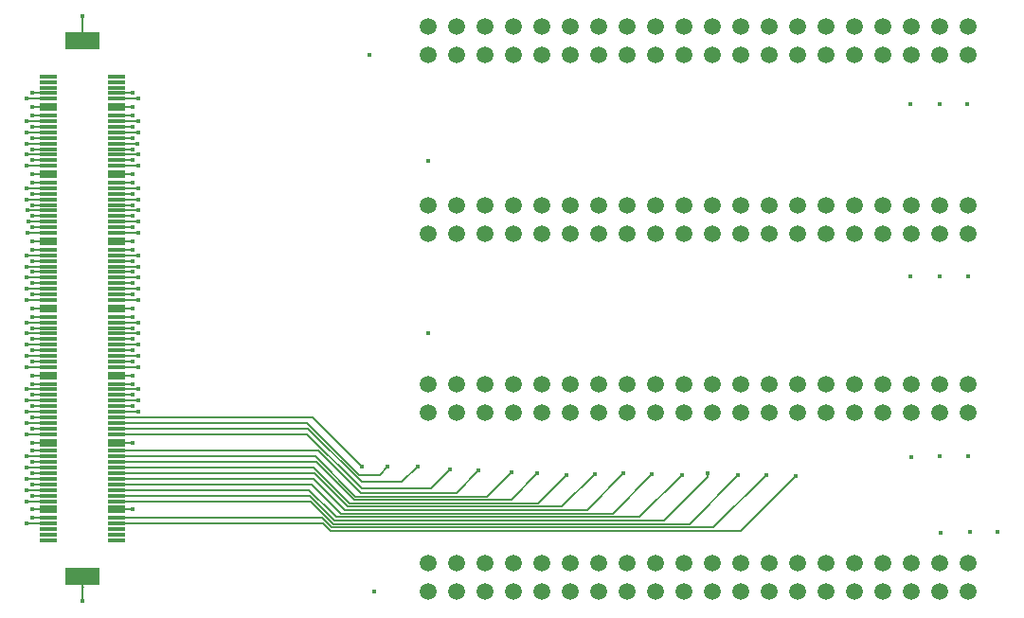
<source format=gbr>
%TF.GenerationSoftware,KiCad,Pcbnew,(5.1.5-0-10_14)*%
%TF.CreationDate,2020-01-28T13:49:23+01:00*%
%TF.ProjectId,multiblade_adapter,6d756c74-6962-46c6-9164-655f61646170,rev?*%
%TF.SameCoordinates,Original*%
%TF.FileFunction,Copper,L6,Bot*%
%TF.FilePolarity,Positive*%
%FSLAX46Y46*%
G04 Gerber Fmt 4.6, Leading zero omitted, Abs format (unit mm)*
G04 Created by KiCad (PCBNEW (5.1.5-0-10_14)) date 2020-01-28 13:49:23*
%MOMM*%
%LPD*%
G04 APERTURE LIST*
%ADD10R,3.100000X1.600000*%
%ADD11R,1.600000X0.700000*%
%ADD12R,1.600000X0.300000*%
%ADD13C,1.500000*%
%ADD14C,0.400000*%
%ADD15C,0.150000*%
G04 APERTURE END LIST*
D10*
X30000000Y-106050000D03*
X30000000Y-153950000D03*
D11*
X26950000Y-112000000D03*
X33050000Y-112000000D03*
X26950000Y-118000000D03*
X33050000Y-118000000D03*
X26950000Y-124000000D03*
X33050000Y-124000000D03*
X26950000Y-130000000D03*
X33050000Y-130000000D03*
X26950000Y-136000000D03*
X33050000Y-136000000D03*
X26950000Y-142000000D03*
X33050000Y-142000000D03*
X26950000Y-148000000D03*
X33050000Y-148000000D03*
D12*
X33050000Y-109250000D03*
X33050000Y-109750000D03*
X33050000Y-110250000D03*
X33050000Y-110750000D03*
X33050000Y-111250000D03*
X26950000Y-109250000D03*
X26950000Y-109750000D03*
X26950000Y-110250000D03*
X26950000Y-110750000D03*
X26950000Y-111250000D03*
X33050000Y-112750000D03*
X33050000Y-113250000D03*
X33050000Y-113750000D03*
X33050000Y-114250000D03*
X33050000Y-114750000D03*
X33050000Y-115250000D03*
X33050000Y-115750000D03*
X33050000Y-116250000D03*
X33050000Y-116750000D03*
X33050000Y-117250000D03*
X26950000Y-112750000D03*
X26950000Y-113250000D03*
X26950000Y-113750000D03*
X26950000Y-114250000D03*
X26950000Y-114750000D03*
X26950000Y-115250000D03*
X26950000Y-115750000D03*
X26950000Y-116250000D03*
X26950000Y-116750000D03*
X26950000Y-117250000D03*
X33050000Y-118750000D03*
X33050000Y-119250000D03*
X33050000Y-119750000D03*
X33050000Y-120250000D03*
X33050000Y-120750000D03*
X33050000Y-121250000D03*
X33050000Y-121750000D03*
X33050000Y-122250000D03*
X33050000Y-122750000D03*
X33050000Y-123250000D03*
X26950000Y-118750000D03*
X26950000Y-119250000D03*
X26950000Y-119750000D03*
X26950000Y-120250000D03*
X26950000Y-120750000D03*
X26950000Y-121250000D03*
X26950000Y-121750000D03*
X26950000Y-122250000D03*
X26950000Y-122750000D03*
X26950000Y-123250000D03*
X33050000Y-124750000D03*
X33050000Y-125250000D03*
X33050000Y-125750000D03*
X33050000Y-126250000D03*
X33050000Y-126750000D03*
X33050000Y-127250000D03*
X33050000Y-127750000D03*
X33050000Y-128250000D03*
X33050000Y-128750000D03*
X33050000Y-129250000D03*
X26950000Y-124750000D03*
X26950000Y-125250000D03*
X26950000Y-125750000D03*
X26950000Y-126250000D03*
X26950000Y-126750000D03*
X26950000Y-127250000D03*
X26950000Y-127750000D03*
X26950000Y-128250000D03*
X26950000Y-128750000D03*
X26950000Y-129250000D03*
X33050000Y-130750000D03*
X33050000Y-131250000D03*
X33050000Y-131750000D03*
X33050000Y-132250000D03*
X33050000Y-132750000D03*
X33050000Y-133250000D03*
X33050000Y-133750000D03*
X33050000Y-134250000D03*
X33050000Y-134750000D03*
X33050000Y-135250000D03*
X26950000Y-130750000D03*
X26950000Y-131250000D03*
X26950000Y-131750000D03*
X26950000Y-132250000D03*
X26950000Y-132750000D03*
X26950000Y-133250000D03*
X26950000Y-133750000D03*
X26950000Y-134250000D03*
X26950000Y-134750000D03*
X26950000Y-135250000D03*
X33050000Y-136750000D03*
X33050000Y-137250000D03*
X33050000Y-137750000D03*
X33050000Y-138250000D03*
X33050000Y-138750000D03*
X33050000Y-139250000D03*
X33050000Y-139750000D03*
X33050000Y-140250000D03*
X33050000Y-140750000D03*
X33050000Y-141250000D03*
X26950000Y-136750000D03*
X26950000Y-137250000D03*
X26950000Y-137750000D03*
X26950000Y-138250000D03*
X26950000Y-138750000D03*
X26950000Y-139250000D03*
X26950000Y-139750000D03*
X26950000Y-140250000D03*
X26950000Y-140750000D03*
X26950000Y-141250000D03*
X33050000Y-142750000D03*
X33050000Y-143250000D03*
X33050000Y-143750000D03*
X33050000Y-144250000D03*
X33050000Y-144750000D03*
X33050000Y-145250000D03*
X33050000Y-145750000D03*
X33050000Y-146250000D03*
X33050000Y-146750000D03*
X33050000Y-147250000D03*
X26950000Y-142750000D03*
X26950000Y-143250000D03*
X26950000Y-143750000D03*
X26950000Y-144250000D03*
X26950000Y-144750000D03*
X26950000Y-145250000D03*
X26950000Y-145750000D03*
X26950000Y-146250000D03*
X26950000Y-146750000D03*
X26950000Y-147250000D03*
X33050000Y-148750000D03*
X33050000Y-149250000D03*
X33050000Y-149750000D03*
X33050000Y-150250000D03*
X33050000Y-150750000D03*
X26950000Y-148750000D03*
X26950000Y-149250000D03*
X26950000Y-149750000D03*
X26950000Y-150250000D03*
X26950000Y-150750000D03*
D13*
X109110000Y-107290000D03*
X109110000Y-104750000D03*
X106570000Y-107290000D03*
X106570000Y-104750000D03*
X104030000Y-107290000D03*
X104030000Y-104750000D03*
X101490000Y-107290000D03*
X101490000Y-104750000D03*
X98950000Y-107290000D03*
X98950000Y-104750000D03*
X96410000Y-107290000D03*
X96410000Y-104750000D03*
X93870000Y-107290000D03*
X93870000Y-104750000D03*
X91330000Y-107290000D03*
X91330000Y-104750000D03*
X88790000Y-107290000D03*
X88790000Y-104750000D03*
X86250000Y-107290000D03*
X86250000Y-104750000D03*
X83710000Y-107290000D03*
X83710000Y-104750000D03*
X81170000Y-107290000D03*
X81170000Y-104750000D03*
X78630000Y-107290000D03*
X78630000Y-104750000D03*
X76090000Y-107290000D03*
X76090000Y-104750000D03*
X73550000Y-107290000D03*
X73550000Y-104750000D03*
X71010000Y-107290000D03*
X71010000Y-104750000D03*
X68470000Y-107290000D03*
X68470000Y-104750000D03*
X65930000Y-107290000D03*
X65930000Y-104750000D03*
X63390000Y-107290000D03*
X63390000Y-104750000D03*
X60850000Y-107290000D03*
X60850000Y-104750000D03*
X109110000Y-123290000D03*
X109110000Y-120750000D03*
X106570000Y-123290000D03*
X106570000Y-120750000D03*
X104030000Y-123290000D03*
X104030000Y-120750000D03*
X101490000Y-123290000D03*
X101490000Y-120750000D03*
X98950000Y-123290000D03*
X98950000Y-120750000D03*
X96410000Y-123290000D03*
X96410000Y-120750000D03*
X93870000Y-123290000D03*
X93870000Y-120750000D03*
X91330000Y-123290000D03*
X91330000Y-120750000D03*
X88790000Y-123290000D03*
X88790000Y-120750000D03*
X86250000Y-123290000D03*
X86250000Y-120750000D03*
X83710000Y-123290000D03*
X83710000Y-120750000D03*
X81170000Y-123290000D03*
X81170000Y-120750000D03*
X78630000Y-123290000D03*
X78630000Y-120750000D03*
X76090000Y-123290000D03*
X76090000Y-120750000D03*
X73550000Y-123290000D03*
X73550000Y-120750000D03*
X71010000Y-123290000D03*
X71010000Y-120750000D03*
X68470000Y-123290000D03*
X68470000Y-120750000D03*
X65930000Y-123290000D03*
X65930000Y-120750000D03*
X63390000Y-123290000D03*
X63390000Y-120750000D03*
X60850000Y-123290000D03*
X60850000Y-120750000D03*
X109110000Y-139290000D03*
X109110000Y-136750000D03*
X106570000Y-139290000D03*
X106570000Y-136750000D03*
X104030000Y-139290000D03*
X104030000Y-136750000D03*
X101490000Y-139290000D03*
X101490000Y-136750000D03*
X98950000Y-139290000D03*
X98950000Y-136750000D03*
X96410000Y-139290000D03*
X96410000Y-136750000D03*
X93870000Y-139290000D03*
X93870000Y-136750000D03*
X91330000Y-139290000D03*
X91330000Y-136750000D03*
X88790000Y-139290000D03*
X88790000Y-136750000D03*
X86250000Y-139290000D03*
X86250000Y-136750000D03*
X83710000Y-139290000D03*
X83710000Y-136750000D03*
X81170000Y-139290000D03*
X81170000Y-136750000D03*
X78630000Y-139290000D03*
X78630000Y-136750000D03*
X76090000Y-139290000D03*
X76090000Y-136750000D03*
X73550000Y-139290000D03*
X73550000Y-136750000D03*
X71010000Y-139290000D03*
X71010000Y-136750000D03*
X68470000Y-139290000D03*
X68470000Y-136750000D03*
X65930000Y-139290000D03*
X65930000Y-136750000D03*
X63390000Y-139290000D03*
X63390000Y-136750000D03*
X60850000Y-139290000D03*
X60850000Y-136750000D03*
X109110000Y-155290000D03*
X109110000Y-152750000D03*
X106570000Y-155290000D03*
X106570000Y-152750000D03*
X104030000Y-155290000D03*
X104030000Y-152750000D03*
X101490000Y-155290000D03*
X101490000Y-152750000D03*
X98950000Y-155290000D03*
X98950000Y-152750000D03*
X96410000Y-155290000D03*
X96410000Y-152750000D03*
X93870000Y-155290000D03*
X93870000Y-152750000D03*
X91330000Y-155290000D03*
X91330000Y-152750000D03*
X88790000Y-155290000D03*
X88790000Y-152750000D03*
X86250000Y-155290000D03*
X86250000Y-152750000D03*
X83710000Y-155290000D03*
X83710000Y-152750000D03*
X81170000Y-155290000D03*
X81170000Y-152750000D03*
X78630000Y-155290000D03*
X78630000Y-152750000D03*
X76090000Y-155290000D03*
X76090000Y-152750000D03*
X73550000Y-155290000D03*
X73550000Y-152750000D03*
X71010000Y-155290000D03*
X71010000Y-152750000D03*
X68470000Y-155290000D03*
X68470000Y-152750000D03*
X65930000Y-155290000D03*
X65930000Y-152750000D03*
X63390000Y-155290000D03*
X63390000Y-152750000D03*
X60850000Y-155290000D03*
X60850000Y-152750000D03*
D14*
X25500000Y-148000000D03*
X25500000Y-142000000D03*
X25500000Y-136000000D03*
X25500000Y-124000000D03*
X25500000Y-130000000D03*
X25500000Y-112000000D03*
X25500000Y-118000000D03*
X34500000Y-112000000D03*
X34500000Y-118000000D03*
X34500000Y-124000000D03*
X34500000Y-130000000D03*
X34500000Y-136000000D03*
X34500000Y-148000000D03*
X104013000Y-111760000D03*
X55626000Y-107315000D03*
X60850000Y-116823000D03*
X60850000Y-132190000D03*
X56038000Y-155290000D03*
X104030000Y-143273000D03*
X30000000Y-156182000D03*
X29972000Y-103886000D03*
X34500000Y-142000000D03*
X106736500Y-150043500D03*
X109333000Y-149987000D03*
X111760000Y-149987000D03*
X106570000Y-143239000D03*
X109110000Y-143239000D03*
X104013000Y-127127000D03*
X106570000Y-127110000D03*
X109110000Y-127110000D03*
X106570000Y-111743000D03*
X109093000Y-111760000D03*
X25000000Y-120250000D03*
X35000000Y-120250000D03*
X25500000Y-119750000D03*
X34500000Y-119750000D03*
X25000000Y-119250000D03*
X35000000Y-119250000D03*
X25522000Y-118750000D03*
X34500000Y-118750000D03*
X25000000Y-117250000D03*
X35000000Y-117250000D03*
X25500000Y-116750000D03*
X34500000Y-116750000D03*
X25000000Y-116250000D03*
X35000000Y-116250000D03*
X25500000Y-115750000D03*
X34500000Y-115750000D03*
X25000000Y-115250000D03*
X34864000Y-115250000D03*
X25500000Y-114750000D03*
X34500000Y-114750000D03*
X25000000Y-114250000D03*
X35000000Y-114250000D03*
X25500000Y-113750000D03*
X34500000Y-113750000D03*
X25000000Y-113250000D03*
X35000000Y-113250000D03*
X25527000Y-112750000D03*
X34500000Y-112750000D03*
X25000000Y-111250000D03*
X35000000Y-111250000D03*
X25527000Y-110750000D03*
X34500000Y-110750000D03*
X34500000Y-120750000D03*
X25500000Y-120750000D03*
X35000000Y-121250000D03*
X25054000Y-121250000D03*
X34460000Y-121750000D03*
X25500000Y-121750000D03*
X35000000Y-122250000D03*
X25197000Y-122250000D03*
X34500000Y-122750000D03*
X25500000Y-122750000D03*
X35000000Y-123250000D03*
X25086000Y-123250000D03*
X34500000Y-124750000D03*
X25500000Y-124750000D03*
X35000000Y-125250000D03*
X25000000Y-125250000D03*
X34500000Y-125750000D03*
X25500000Y-125750000D03*
X35000000Y-126250000D03*
X25007000Y-126250000D03*
X34500000Y-126750000D03*
X25500000Y-126750000D03*
X35000000Y-127250000D03*
X25000000Y-127250000D03*
X34500000Y-127750000D03*
X25500000Y-127750000D03*
X35000000Y-128250000D03*
X25000000Y-128250000D03*
X34500000Y-128750000D03*
X25500000Y-128750000D03*
X35000000Y-129250000D03*
X25000000Y-129250000D03*
X25000000Y-139250000D03*
X35000000Y-139250000D03*
X25500000Y-138750000D03*
X34500000Y-138750000D03*
X25000000Y-138250000D03*
X35000000Y-138250000D03*
X25500000Y-137750000D03*
X34500000Y-137750000D03*
X25000000Y-137250000D03*
X35000000Y-137250000D03*
X25500000Y-136750000D03*
X34500000Y-136750000D03*
X25000000Y-135250000D03*
X35000000Y-135250000D03*
X25500000Y-134750000D03*
X34500000Y-134750000D03*
X25008000Y-134250000D03*
X35000000Y-134250000D03*
X25508000Y-133750000D03*
X34500000Y-133750000D03*
X25000000Y-133250000D03*
X35000000Y-133250000D03*
X25500000Y-132750000D03*
X34500000Y-132750000D03*
X25000000Y-132250000D03*
X35000000Y-132250000D03*
X25500000Y-131750000D03*
X34500000Y-131750000D03*
X25000000Y-131250000D03*
X35000000Y-131250000D03*
X25500000Y-130750000D03*
X34500000Y-130750000D03*
X54991000Y-144145000D03*
X25500000Y-139750000D03*
X57277000Y-144145000D03*
X25000000Y-140250000D03*
X59944000Y-144145000D03*
X25500000Y-140750000D03*
X62865000Y-144399000D03*
X25000000Y-141250000D03*
X65405000Y-144526000D03*
X25525000Y-142750000D03*
X68326000Y-144653000D03*
X25000000Y-143250000D03*
X70660000Y-144780000D03*
X25541000Y-143750000D03*
X73279000Y-144907000D03*
X25000000Y-144250000D03*
X75779500Y-144819500D03*
X25500000Y-144750000D03*
X78359000Y-144780000D03*
X25000000Y-145250000D03*
X80899000Y-144859000D03*
X25500000Y-145750000D03*
X83566000Y-144907000D03*
X25000000Y-146250000D03*
X85900000Y-144780000D03*
X25500000Y-146750000D03*
X88606500Y-144946500D03*
X25000000Y-147250000D03*
X91107000Y-144907000D03*
X25500000Y-148750000D03*
X93726000Y-144986000D03*
X25000000Y-149250000D03*
D15*
X26950000Y-148000000D02*
X25500000Y-148000000D01*
X26950000Y-142000000D02*
X25500000Y-142000000D01*
X26950000Y-136000000D02*
X25500000Y-136000000D01*
X26950000Y-130000000D02*
X25500000Y-130000000D01*
X26950000Y-124000000D02*
X25500000Y-124000000D01*
X26950000Y-112000000D02*
X25500000Y-112000000D01*
X26950000Y-118000000D02*
X25500000Y-118000000D01*
X25500000Y-148000000D02*
X25500000Y-148000000D01*
X25500000Y-142000000D02*
X25500000Y-142000000D01*
X25500000Y-136000000D02*
X25500000Y-136000000D01*
X25500000Y-124000000D02*
X25500000Y-124000000D01*
X25500000Y-130000000D02*
X25500000Y-130000000D01*
X25500000Y-112000000D02*
X25500000Y-112000000D01*
X25500000Y-118000000D02*
X25500000Y-118000000D01*
X33050000Y-112000000D02*
X34500000Y-112000000D01*
X33050000Y-118000000D02*
X34500000Y-118000000D01*
X33050000Y-124000000D02*
X34500000Y-124000000D01*
X33050000Y-130000000D02*
X34500000Y-130000000D01*
X33050000Y-136000000D02*
X34500000Y-136000000D01*
X33050000Y-142000000D02*
X34500000Y-142000000D01*
X33050000Y-148000000D02*
X34500000Y-148000000D01*
X34500000Y-112000000D02*
X34500000Y-112000000D01*
X34500000Y-118000000D02*
X34500000Y-118000000D01*
X34500000Y-124000000D02*
X34500000Y-124000000D01*
X34500000Y-130000000D02*
X34500000Y-130000000D01*
X34500000Y-136000000D02*
X34500000Y-136000000D01*
X34500000Y-142000000D02*
X34500000Y-142000000D01*
X34500000Y-148000000D02*
X34500000Y-148000000D01*
X30000000Y-154900000D02*
X30099000Y-154999000D01*
X30000000Y-153950000D02*
X30000000Y-154900000D01*
X30000000Y-153950000D02*
X30000000Y-156182000D01*
X30000000Y-156182000D02*
X30000000Y-156182000D01*
X30000000Y-106050000D02*
X30000000Y-103914000D01*
X30000000Y-103914000D02*
X29972000Y-103886000D01*
X29972000Y-103886000D02*
X29972000Y-103886000D01*
X34500000Y-142000000D02*
X34500000Y-142000000D01*
X26950000Y-120250000D02*
X25000000Y-120250000D01*
X25000000Y-120250000D02*
X25000000Y-120250000D01*
X33050000Y-120250000D02*
X35000000Y-120250000D01*
X35000000Y-120250000D02*
X35000000Y-120250000D01*
X26950000Y-119750000D02*
X25500000Y-119750000D01*
X25500000Y-119750000D02*
X25500000Y-119750000D01*
X33050000Y-119750000D02*
X34500000Y-119750000D01*
X34500000Y-119750000D02*
X34500000Y-119750000D01*
X26950000Y-119250000D02*
X25022000Y-119250000D01*
X25022000Y-119250000D02*
X25000000Y-119250000D01*
X33050000Y-119250000D02*
X35000000Y-119250000D01*
X35000000Y-119250000D02*
X35000000Y-119250000D01*
X26950000Y-118750000D02*
X25522000Y-118750000D01*
X25522000Y-118750000D02*
X25500000Y-118750000D01*
X33050000Y-118750000D02*
X34500000Y-118750000D01*
X34500000Y-118750000D02*
X34500000Y-118750000D01*
X26950000Y-117250000D02*
X25000000Y-117250000D01*
X25000000Y-117250000D02*
X25000000Y-117250000D01*
X33050000Y-117250000D02*
X35000000Y-117250000D01*
X35000000Y-117250000D02*
X35000000Y-117250000D01*
X26950000Y-116750000D02*
X25500000Y-116750000D01*
X25500000Y-116750000D02*
X25500000Y-116750000D01*
X33050000Y-116750000D02*
X34500000Y-116750000D01*
X34500000Y-116750000D02*
X34500000Y-116750000D01*
X26950000Y-116250000D02*
X25000000Y-116250000D01*
X25000000Y-116250000D02*
X25000000Y-116250000D01*
X33050000Y-116250000D02*
X35000000Y-116250000D01*
X35000000Y-116250000D02*
X35000000Y-116250000D01*
X26950000Y-115750000D02*
X25500000Y-115750000D01*
X25500000Y-115750000D02*
X25500000Y-115750000D01*
X33050000Y-115750000D02*
X34500000Y-115750000D01*
X34500000Y-115750000D02*
X34500000Y-115750000D01*
X26950000Y-115250000D02*
X25000000Y-115250000D01*
X25000000Y-115250000D02*
X25000000Y-115250000D01*
X33050000Y-115250000D02*
X34864000Y-115250000D01*
X34864000Y-115250000D02*
X35000000Y-115250000D01*
X26950000Y-114750000D02*
X25500000Y-114750000D01*
X25500000Y-114750000D02*
X25500000Y-114750000D01*
X33050000Y-114750000D02*
X34500000Y-114750000D01*
X34500000Y-114750000D02*
X34500000Y-114750000D01*
X26950000Y-114250000D02*
X25000000Y-114250000D01*
X25000000Y-114250000D02*
X25000000Y-114250000D01*
X33050000Y-114250000D02*
X35000000Y-114250000D01*
X35000000Y-114250000D02*
X35000000Y-114250000D01*
X26950000Y-113750000D02*
X25500000Y-113750000D01*
X25500000Y-113750000D02*
X25500000Y-113750000D01*
X33050000Y-113750000D02*
X34500000Y-113750000D01*
X34500000Y-113750000D02*
X34500000Y-113750000D01*
X26950000Y-113250000D02*
X25000000Y-113250000D01*
X25000000Y-113250000D02*
X25000000Y-113250000D01*
X33050000Y-113250000D02*
X35000000Y-113250000D01*
X35000000Y-113250000D02*
X35000000Y-113250000D01*
X26950000Y-112750000D02*
X25500000Y-112750000D01*
X33050000Y-112750000D02*
X34500000Y-112750000D01*
X34500000Y-112750000D02*
X34500000Y-112750000D01*
X26950000Y-111250000D02*
X25000000Y-111250000D01*
X25000000Y-111250000D02*
X25000000Y-111250000D01*
X33050000Y-111250000D02*
X35000000Y-111250000D01*
X35000000Y-111250000D02*
X35000000Y-111250000D01*
X26950000Y-110750000D02*
X25500000Y-110750000D01*
X33050000Y-110750000D02*
X34500000Y-110750000D01*
X34500000Y-110750000D02*
X34500000Y-110750000D01*
X33050000Y-120750000D02*
X34500000Y-120750000D01*
X34500000Y-120750000D02*
X34500000Y-120750000D01*
X26950000Y-120750000D02*
X25500000Y-120750000D01*
X25500000Y-120750000D02*
X25500000Y-120750000D01*
X33050000Y-121250000D02*
X35000000Y-121250000D01*
X35000000Y-121250000D02*
X35000000Y-121250000D01*
X26950000Y-121250000D02*
X25054000Y-121250000D01*
X25054000Y-121250000D02*
X25054000Y-121250000D01*
X33050000Y-121750000D02*
X34460000Y-121750000D01*
X34460000Y-121750000D02*
X34500000Y-121750000D01*
X26950000Y-121750000D02*
X25500000Y-121750000D01*
X25500000Y-121750000D02*
X25500000Y-121750000D01*
X33050000Y-122250000D02*
X35000000Y-122250000D01*
X35000000Y-122250000D02*
X35000000Y-122250000D01*
X26950000Y-122250000D02*
X25197000Y-122250000D01*
X25197000Y-122250000D02*
X25197000Y-122250000D01*
X33050000Y-122750000D02*
X34500000Y-122750000D01*
X34500000Y-122750000D02*
X34500000Y-122750000D01*
X26950000Y-122750000D02*
X25500000Y-122750000D01*
X25500000Y-122750000D02*
X25500000Y-122750000D01*
X33050000Y-123250000D02*
X35000000Y-123250000D01*
X35000000Y-123250000D02*
X35000000Y-123250000D01*
X26950000Y-123250000D02*
X25086000Y-123250000D01*
X25086000Y-123250000D02*
X25086000Y-123250000D01*
X33050000Y-124750000D02*
X34500000Y-124750000D01*
X34500000Y-124750000D02*
X34500000Y-124750000D01*
X26950000Y-124750000D02*
X25500000Y-124750000D01*
X25500000Y-124750000D02*
X25500000Y-124750000D01*
X33050000Y-125250000D02*
X35000000Y-125250000D01*
X35000000Y-125250000D02*
X35000000Y-125250000D01*
X26950000Y-125250000D02*
X25000000Y-125250000D01*
X25000000Y-125250000D02*
X25000000Y-125250000D01*
X33050000Y-125750000D02*
X34500000Y-125750000D01*
X34500000Y-125750000D02*
X34500000Y-125750000D01*
X26950000Y-125750000D02*
X25500000Y-125750000D01*
X25500000Y-125750000D02*
X25500000Y-125750000D01*
X33050000Y-126250000D02*
X35000000Y-126250000D01*
X35000000Y-126250000D02*
X35000000Y-126250000D01*
X26950000Y-126250000D02*
X25007000Y-126250000D01*
X25007000Y-126250000D02*
X25000000Y-126250000D01*
X33050000Y-126750000D02*
X34500000Y-126750000D01*
X34500000Y-126750000D02*
X34500000Y-126750000D01*
X26950000Y-126750000D02*
X25500000Y-126750000D01*
X25500000Y-126750000D02*
X25500000Y-126750000D01*
X33050000Y-127250000D02*
X35000000Y-127250000D01*
X35000000Y-127250000D02*
X35000000Y-127250000D01*
X26950000Y-127250000D02*
X25000000Y-127250000D01*
X25000000Y-127250000D02*
X25000000Y-127250000D01*
X33050000Y-127750000D02*
X34500000Y-127750000D01*
X34500000Y-127750000D02*
X34500000Y-127750000D01*
X26950000Y-127750000D02*
X25500000Y-127750000D01*
X25500000Y-127750000D02*
X25500000Y-127750000D01*
X33050000Y-128250000D02*
X35000000Y-128250000D01*
X35000000Y-128250000D02*
X35000000Y-128250000D01*
X26950000Y-128250000D02*
X25000000Y-128250000D01*
X25000000Y-128250000D02*
X25000000Y-128250000D01*
X33050000Y-128750000D02*
X34500000Y-128750000D01*
X34500000Y-128750000D02*
X34500000Y-128750000D01*
X26950000Y-128750000D02*
X25500000Y-128750000D01*
X25500000Y-128750000D02*
X25500000Y-128750000D01*
X33050000Y-129250000D02*
X35000000Y-129250000D01*
X35000000Y-129250000D02*
X35000000Y-129250000D01*
X26950000Y-129250000D02*
X25000000Y-129250000D01*
X25000000Y-129250000D02*
X25000000Y-129250000D01*
X26950000Y-139250000D02*
X25000000Y-139250000D01*
X25000000Y-139250000D02*
X25000000Y-139250000D01*
X33050000Y-139250000D02*
X35000000Y-139250000D01*
X35000000Y-139250000D02*
X35000000Y-139250000D01*
X26950000Y-138750000D02*
X25500000Y-138750000D01*
X25500000Y-138750000D02*
X25500000Y-138750000D01*
X33050000Y-138750000D02*
X34500000Y-138750000D01*
X34500000Y-138750000D02*
X34500000Y-138750000D01*
X26950000Y-138250000D02*
X25000000Y-138250000D01*
X25000000Y-138250000D02*
X25000000Y-138250000D01*
X33050000Y-138250000D02*
X35000000Y-138250000D01*
X35000000Y-138250000D02*
X35000000Y-138250000D01*
X26950000Y-137750000D02*
X25500000Y-137750000D01*
X25500000Y-137750000D02*
X25500000Y-137750000D01*
X33050000Y-137750000D02*
X34500000Y-137750000D01*
X34500000Y-137750000D02*
X34500000Y-137750000D01*
X26950000Y-137250000D02*
X25000000Y-137250000D01*
X25000000Y-137250000D02*
X25000000Y-137250000D01*
X33050000Y-137250000D02*
X35000000Y-137250000D01*
X35000000Y-137250000D02*
X35000000Y-137250000D01*
X26950000Y-136750000D02*
X25500000Y-136750000D01*
X25500000Y-136750000D02*
X25500000Y-136750000D01*
X33050000Y-136750000D02*
X34500000Y-136750000D01*
X34500000Y-136750000D02*
X34500000Y-136750000D01*
X26950000Y-135250000D02*
X25000000Y-135250000D01*
X25000000Y-135250000D02*
X25000000Y-135250000D01*
X33050000Y-135250000D02*
X35000000Y-135250000D01*
X35000000Y-135250000D02*
X35000000Y-135250000D01*
X26950000Y-134750000D02*
X25500000Y-134750000D01*
X25500000Y-134750000D02*
X25500000Y-134750000D01*
X33050000Y-134750000D02*
X34500000Y-134750000D01*
X34500000Y-134750000D02*
X34500000Y-134750000D01*
X26950000Y-134250000D02*
X25008000Y-134250000D01*
X25008000Y-134250000D02*
X25000000Y-134250000D01*
X33050000Y-134250000D02*
X35000000Y-134250000D01*
X35000000Y-134250000D02*
X35000000Y-134250000D01*
X26950000Y-133750000D02*
X25508000Y-133750000D01*
X25508000Y-133750000D02*
X25500000Y-133750000D01*
X33050000Y-133750000D02*
X34500000Y-133750000D01*
X34500000Y-133750000D02*
X34500000Y-133750000D01*
X26950000Y-133250000D02*
X25000000Y-133250000D01*
X25000000Y-133250000D02*
X25000000Y-133250000D01*
X33050000Y-133250000D02*
X35000000Y-133250000D01*
X35000000Y-133250000D02*
X35000000Y-133250000D01*
X26950000Y-132750000D02*
X25500000Y-132750000D01*
X25500000Y-132750000D02*
X25500000Y-132750000D01*
X33050000Y-132750000D02*
X34500000Y-132750000D01*
X34500000Y-132750000D02*
X34500000Y-132750000D01*
X26950000Y-132250000D02*
X25000000Y-132250000D01*
X25000000Y-132250000D02*
X25000000Y-132250000D01*
X33050000Y-132250000D02*
X35000000Y-132250000D01*
X35000000Y-132250000D02*
X35000000Y-132250000D01*
X26950000Y-131750000D02*
X25500000Y-131750000D01*
X25500000Y-131750000D02*
X25500000Y-131750000D01*
X33050000Y-131750000D02*
X34500000Y-131750000D01*
X34500000Y-131750000D02*
X34500000Y-131750000D01*
X26950000Y-131250000D02*
X25000000Y-131250000D01*
X25000000Y-131250000D02*
X25000000Y-131250000D01*
X33050000Y-131250000D02*
X35000000Y-131250000D01*
X35000000Y-131250000D02*
X35000000Y-131250000D01*
X26950000Y-130750000D02*
X25500000Y-130750000D01*
X25500000Y-130750000D02*
X25500000Y-130750000D01*
X33050000Y-130750000D02*
X34500000Y-130750000D01*
X34500000Y-130750000D02*
X34500000Y-130750000D01*
X34367000Y-139750000D02*
X50215000Y-139750000D01*
X50596000Y-139750000D02*
X54991000Y-144145000D01*
X54991000Y-144145000D02*
X54991000Y-144145000D01*
X50215000Y-139750000D02*
X50596000Y-139750000D01*
X33050000Y-139750000D02*
X34367000Y-139750000D01*
X26950000Y-139750000D02*
X25500000Y-139750000D01*
X25500000Y-139750000D02*
X25500000Y-139750000D01*
X33050000Y-140250000D02*
X34840000Y-140250000D01*
X50080000Y-140250000D02*
X54713000Y-144883000D01*
X34840000Y-140250000D02*
X50080000Y-140250000D01*
X54713000Y-144883000D02*
X56539000Y-144883000D01*
X56539000Y-144883000D02*
X57277000Y-144145000D01*
X57277000Y-144145000D02*
X57277000Y-144145000D01*
X26950000Y-140250000D02*
X25000000Y-140250000D01*
X25000000Y-140250000D02*
X25000000Y-140250000D01*
X33050000Y-140750000D02*
X34383000Y-140750000D01*
X50155722Y-140750000D02*
X54947722Y-145542000D01*
X54947722Y-145542000D02*
X58547000Y-145542000D01*
X58547000Y-145542000D02*
X59944000Y-144145000D01*
X59944000Y-144145000D02*
X59944000Y-144145000D01*
X34383000Y-140750000D02*
X50155722Y-140750000D01*
X26950000Y-140750000D02*
X25500000Y-140750000D01*
X25500000Y-140750000D02*
X25500000Y-140750000D01*
X34824000Y-141250000D02*
X50064000Y-141250000D01*
X33050000Y-141250000D02*
X34824000Y-141250000D01*
X50064000Y-141250000D02*
X54673500Y-145859500D01*
X54927500Y-146113500D02*
X61150500Y-146113500D01*
X61150500Y-146113500D02*
X62865000Y-144399000D01*
X62865000Y-144399000D02*
X62865000Y-144399000D01*
X54927500Y-146113500D02*
X54673500Y-145859500D01*
X26950000Y-141250000D02*
X25000000Y-141250000D01*
X25000000Y-141250000D02*
X25000000Y-141250000D01*
X34288000Y-142750000D02*
X51052000Y-142750000D01*
X33050000Y-142750000D02*
X34288000Y-142750000D01*
X51052000Y-142750000D02*
X54840501Y-146538501D01*
X54840501Y-146538501D02*
X63392499Y-146538501D01*
X63392499Y-146538501D02*
X65405000Y-144526000D01*
X65405000Y-144526000D02*
X65405000Y-144526000D01*
X26950000Y-142750000D02*
X25525000Y-142750000D01*
X25525000Y-142750000D02*
X25500000Y-142750000D01*
X34804000Y-143250000D02*
X50794000Y-143250000D01*
X33050000Y-143250000D02*
X34804000Y-143250000D01*
X54382511Y-146838511D02*
X66140489Y-146838511D01*
X50794000Y-143250000D02*
X54382511Y-146838511D01*
X66140489Y-146838511D02*
X68326000Y-144653000D01*
X68326000Y-144653000D02*
X68326000Y-144653000D01*
X26950000Y-143250000D02*
X25000000Y-143250000D01*
X25000000Y-143250000D02*
X25000000Y-143250000D01*
X34403000Y-143750000D02*
X50869722Y-143750000D01*
X50869722Y-143750000D02*
X54258243Y-147138521D01*
X33050000Y-143750000D02*
X34403000Y-143750000D01*
X68301479Y-147138521D02*
X70660000Y-144780000D01*
X68253479Y-147138521D02*
X68301479Y-147138521D01*
X54258243Y-147138521D02*
X68253479Y-147138521D01*
X26950000Y-143750000D02*
X25541000Y-143750000D01*
X25541000Y-143750000D02*
X25500000Y-143750000D01*
X34903000Y-144250000D02*
X50651000Y-144250000D01*
X33050000Y-144250000D02*
X34903000Y-144250000D01*
X70747470Y-147438530D02*
X53839530Y-147438530D01*
X73279000Y-144907000D02*
X70747470Y-147438530D01*
X50651000Y-144250000D02*
X53839530Y-147438530D01*
X26950000Y-144250000D02*
X25000000Y-144250000D01*
X25000000Y-144250000D02*
X25000000Y-144250000D01*
X34320000Y-144750000D02*
X50726722Y-144750000D01*
X33050000Y-144750000D02*
X34320000Y-144750000D01*
X72860460Y-147738540D02*
X53715262Y-147738540D01*
X75779500Y-144819500D02*
X72860460Y-147738540D01*
X50726722Y-144750000D02*
X53699361Y-147722639D01*
X26950000Y-144750000D02*
X25500000Y-144750000D01*
X25500000Y-144750000D02*
X25500000Y-144750000D01*
X34887000Y-145250000D02*
X50635000Y-145250000D01*
X33050000Y-145250000D02*
X34887000Y-145250000D01*
X75100450Y-148038550D02*
X53423550Y-148038550D01*
X78359000Y-144780000D02*
X75100450Y-148038550D01*
X50635000Y-145250000D02*
X53423550Y-148038550D01*
X26950000Y-145250000D02*
X25000000Y-145250000D01*
X25000000Y-145250000D02*
X25000000Y-145250000D01*
X34336000Y-145750000D02*
X50500000Y-145750000D01*
X33050000Y-145750000D02*
X34336000Y-145750000D01*
X77375991Y-148382009D02*
X53132009Y-148382009D01*
X80899000Y-144859000D02*
X77375991Y-148382009D01*
X50500000Y-145750000D02*
X53132009Y-148382009D01*
X26950000Y-145750000D02*
X25500000Y-145750000D01*
X25500000Y-145750000D02*
X25500000Y-145750000D01*
X34852000Y-146250000D02*
X50238000Y-146250000D01*
X33050000Y-146250000D02*
X34852000Y-146250000D01*
X79790982Y-148682018D02*
X52670018Y-148682018D01*
X83566000Y-144907000D02*
X79790982Y-148682018D01*
X52670018Y-148682018D02*
X52324000Y-148336000D01*
X52324000Y-148336000D02*
X52670019Y-148682019D01*
X50238000Y-146250000D02*
X52324000Y-148336000D01*
X26950000Y-146250000D02*
X25000000Y-146250000D01*
X25000000Y-146250000D02*
X25000000Y-146250000D01*
X34500000Y-146750000D02*
X34500000Y-146750000D01*
X81980814Y-148982028D02*
X85900000Y-145062842D01*
X50313722Y-146750000D02*
X52545750Y-148982028D01*
X85900000Y-145062842D02*
X85900000Y-144780000D01*
X52545750Y-148982028D02*
X81980814Y-148982028D01*
X33050000Y-146750000D02*
X50313722Y-146750000D01*
X26950000Y-146750000D02*
X25500000Y-146750000D01*
X25500000Y-146750000D02*
X25500000Y-146750000D01*
X33050000Y-147250000D02*
X34728000Y-147250000D01*
X34728000Y-147250000D02*
X50349000Y-147250000D01*
X84270962Y-149282038D02*
X52381038Y-149282038D01*
X88606500Y-144946500D02*
X84270962Y-149282038D01*
X50349000Y-147250000D02*
X52381038Y-149282038D01*
X26950000Y-147250000D02*
X25000000Y-147250000D01*
X25000000Y-147250000D02*
X25000000Y-147250000D01*
X33050000Y-148750000D02*
X51424722Y-148750000D01*
X91107000Y-144907000D02*
X86408000Y-149606000D01*
X86408000Y-149606000D02*
X52280722Y-149606000D01*
X51424722Y-148750000D02*
X52280722Y-149606000D01*
X26950000Y-148750000D02*
X25500000Y-148750000D01*
X25500000Y-148750000D02*
X25500000Y-148750000D01*
X33050000Y-149250000D02*
X51500444Y-149250000D01*
X93726000Y-144986000D02*
X88805990Y-149906010D01*
X88805990Y-149906010D02*
X52156454Y-149906010D01*
X51500444Y-149250000D02*
X52156454Y-149906010D01*
X26950000Y-149250000D02*
X25000000Y-149250000D01*
X25000000Y-149250000D02*
X25000000Y-149250000D01*
M02*

</source>
